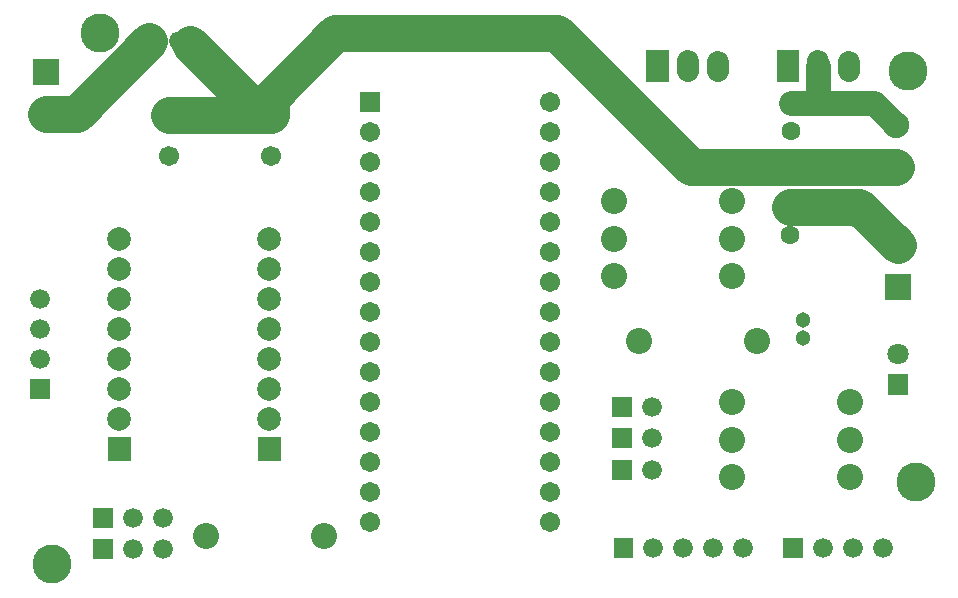
<source format=gts>
G04 Layer: TopSolderMaskLayer*
G04 EasyEDA v6.5.9, 2022-07-29 15:21:59*
G04 d62bb8ad4e154c8097677c42ea29ab51,674c0623d3a246009f606e19fc16e94a,10*
G04 Gerber Generator version 0.2*
G04 Scale: 100 percent, Rotated: No, Reflected: No *
G04 Dimensions in millimeters *
G04 leading zeros omitted , absolute positions ,4 integer and 5 decimal *
%FSLAX45Y45*%
%MOMM*%

%ADD10C,3.1016*%
%ADD11C,2.1016*%
%ADD12C,1.9016*%
%ADD13C,1.3016*%
%ADD14C,1.7016*%
%ADD15R,1.6764X1.6764*%
%ADD16C,1.6764*%
%ADD17C,2.0032*%
%ADD18C,1.8016*%
%ADD19C,2.2352*%
%ADD20R,2.2352X2.2352*%
%ADD21C,1.6032*%
%ADD22C,1.7112*%
%ADD23C,2.2032*%
%ADD24C,3.3016*%

%LPD*%
D10*
X7645400Y-1999513D02*
G01*
X7316444Y-1670557D01*
X6731000Y-1670557D01*
D11*
X6743700Y-794257D02*
G01*
X6914641Y-794257D01*
X6970268Y-738631D01*
X6970268Y-482092D01*
X7632700Y-983513D02*
G01*
X7443444Y-794257D01*
X6743700Y-794257D01*
D10*
X7632700Y-1333500D02*
G01*
X5892800Y-1333500D01*
X4762500Y-203200D01*
X2882900Y-203200D01*
X2336800Y-749300D01*
X2336800Y-891796D01*
X1473200Y-891794D02*
G01*
X2336800Y-891794D01*
X2256027Y-891794D02*
G01*
X1651000Y-292100D01*
X431800Y-883386D02*
G01*
X691413Y-883386D01*
X1308100Y-266700D01*
D12*
X6970293Y-442092D02*
G01*
X6970293Y-522091D01*
X7228306Y-443082D02*
G01*
X7228306Y-523082D01*
X5865393Y-442092D02*
G01*
X5865393Y-522091D01*
X6123406Y-443082D02*
G01*
X6123406Y-523082D01*
D13*
G01*
X6845300Y-2780106D03*
G01*
X6845300Y-2630093D03*
D14*
G01*
X1473200Y-1241805D03*
G01*
X1473200Y-891794D03*
G01*
X2336800Y-1241805D03*
G01*
X2336800Y-891794D03*
D15*
G01*
X381000Y-3213100D03*
D16*
G01*
X381000Y-2959100D03*
G01*
X381000Y-2705100D03*
G01*
X381000Y-2451100D03*
G36*
X1224279Y-350520D02*
G01*
X1224279Y-182879D01*
X1391920Y-182879D01*
X1391920Y-350520D01*
G37*
G01*
X1562100Y-266700D03*
G36*
X5224779Y-3449320D02*
G01*
X5224779Y-3281679D01*
X5392420Y-3281679D01*
X5392420Y-3449320D01*
G37*
G01*
X5562600Y-3365500D03*
G36*
X5224779Y-3716020D02*
G01*
X5224779Y-3548379D01*
X5392420Y-3548379D01*
X5392420Y-3716020D01*
G37*
G01*
X5562600Y-3632200D03*
G36*
X5224779Y-3982720D02*
G01*
X5224779Y-3815079D01*
X5392420Y-3815079D01*
X5392420Y-3982720D01*
G37*
G01*
X5562600Y-3898900D03*
G01*
X6337300Y-4559300D03*
G01*
X6083300Y-4559300D03*
G01*
X5829300Y-4559300D03*
G01*
X5575300Y-4559300D03*
G36*
X5237479Y-4643120D02*
G01*
X5237479Y-4475479D01*
X5405120Y-4475479D01*
X5405120Y-4643120D01*
G37*
G36*
X954023Y-3821176D02*
G01*
X954023Y-3621023D01*
X1154176Y-3621023D01*
X1154176Y-3821176D01*
G37*
D17*
G01*
X1054100Y-3467100D03*
G01*
X1054100Y-3213100D03*
G01*
X1054100Y-2959100D03*
G01*
X1054100Y-2705100D03*
G01*
X1054100Y-2451100D03*
G01*
X1054100Y-2197100D03*
G01*
X1054100Y-1943100D03*
G01*
X2324100Y-1943100D03*
G01*
X2324100Y-2197100D03*
G01*
X2324100Y-2451100D03*
G01*
X2324100Y-2705100D03*
G01*
X2324100Y-2959100D03*
G01*
X2324100Y-3213100D03*
G01*
X2324100Y-3467100D03*
G36*
X2224024Y-3821176D02*
G01*
X2224024Y-3621023D01*
X2424175Y-3621023D01*
X2424175Y-3821176D01*
G37*
G36*
X7561579Y-3265170D02*
G01*
X7561579Y-3084829D01*
X7729220Y-3084829D01*
X7729220Y-3265170D01*
G37*
D18*
G01*
X7645400Y-2921000D03*
D16*
G01*
X1422400Y-4305300D03*
G01*
X1168400Y-4305300D03*
G36*
X830579Y-4389120D02*
G01*
X830579Y-4221479D01*
X998220Y-4221479D01*
X998220Y-4389120D01*
G37*
G01*
X1422400Y-4572000D03*
G01*
X1168400Y-4572000D03*
G36*
X830579Y-4655820D02*
G01*
X830579Y-4488179D01*
X998220Y-4488179D01*
X998220Y-4655820D01*
G37*
G36*
X320039Y-645160D02*
G01*
X320039Y-421639D01*
X543560Y-421639D01*
X543560Y-645160D01*
G37*
D19*
G01*
X431800Y-883386D03*
D20*
G01*
X7645400Y-2349500D03*
D19*
G01*
X7645400Y-1999513D03*
D20*
G01*
X7632700Y-1333500D03*
D19*
G01*
X7632700Y-983513D03*
D21*
G01*
X6731000Y-1910842D03*
G01*
X6731000Y-1670557D03*
G01*
X6743700Y-1034542D03*
G01*
X6743700Y-794257D03*
G36*
X3089402Y-872997D02*
G01*
X3089402Y-701802D01*
X3260597Y-701802D01*
X3260597Y-872997D01*
G37*
D22*
G01*
X3175000Y-1041400D03*
G01*
X3175000Y-1295400D03*
G01*
X3175000Y-1549400D03*
G01*
X3175000Y-1803400D03*
G01*
X3175000Y-2057400D03*
G01*
X3175000Y-2311400D03*
G01*
X3175000Y-2565400D03*
G01*
X3175000Y-2819400D03*
G01*
X3175000Y-3073400D03*
G01*
X3175000Y-3327400D03*
G01*
X3175000Y-3581400D03*
G01*
X4699000Y-787400D03*
G01*
X4699000Y-1041400D03*
G01*
X4699000Y-1295400D03*
G01*
X4699000Y-1549400D03*
G01*
X4699000Y-1803400D03*
G01*
X4699000Y-2057400D03*
G01*
X4699000Y-2565400D03*
G01*
X4699000Y-2819400D03*
G01*
X4699000Y-3327400D03*
G01*
X4699000Y-3581400D03*
G01*
X4699000Y-3073400D03*
G01*
X4699000Y-2311400D03*
G01*
X3175000Y-3835400D03*
G01*
X3175000Y-4089400D03*
G01*
X3175000Y-4343400D03*
G01*
X4699000Y-3835400D03*
G01*
X4699000Y-4089400D03*
G01*
X4699000Y-4343400D03*
G36*
X6621272Y-617220D02*
G01*
X6621272Y-346963D01*
X6811263Y-346963D01*
X6811263Y-617220D01*
G37*
G36*
X5516372Y-617220D02*
G01*
X5516372Y-346963D01*
X5706363Y-346963D01*
X5706363Y-617220D01*
G37*
D23*
G01*
X5456300Y-2806700D03*
G01*
X6456299Y-2806700D03*
G01*
X2785999Y-4457700D03*
G01*
X1786001Y-4457700D03*
G01*
X6240399Y-1943100D03*
G01*
X5240400Y-1943100D03*
G01*
X5240400Y-2260600D03*
G01*
X6240399Y-2260600D03*
G01*
X6243700Y-3327400D03*
G01*
X7243699Y-3327400D03*
G01*
X6243700Y-3644900D03*
G01*
X7243699Y-3644900D03*
G01*
X6243700Y-3962400D03*
G01*
X7243699Y-3962400D03*
G01*
X5240400Y-1625600D03*
G01*
X6240399Y-1625600D03*
G36*
X6672579Y-4643120D02*
G01*
X6672579Y-4475479D01*
X6840220Y-4475479D01*
X6840220Y-4643120D01*
G37*
D16*
G01*
X7010400Y-4559300D03*
G01*
X7264400Y-4559300D03*
G01*
X7518400Y-4559300D03*
D24*
G01*
X889000Y-203200D03*
G01*
X482600Y-4699000D03*
G01*
X7797800Y-4000500D03*
G01*
X7734300Y-520700D03*
M02*

</source>
